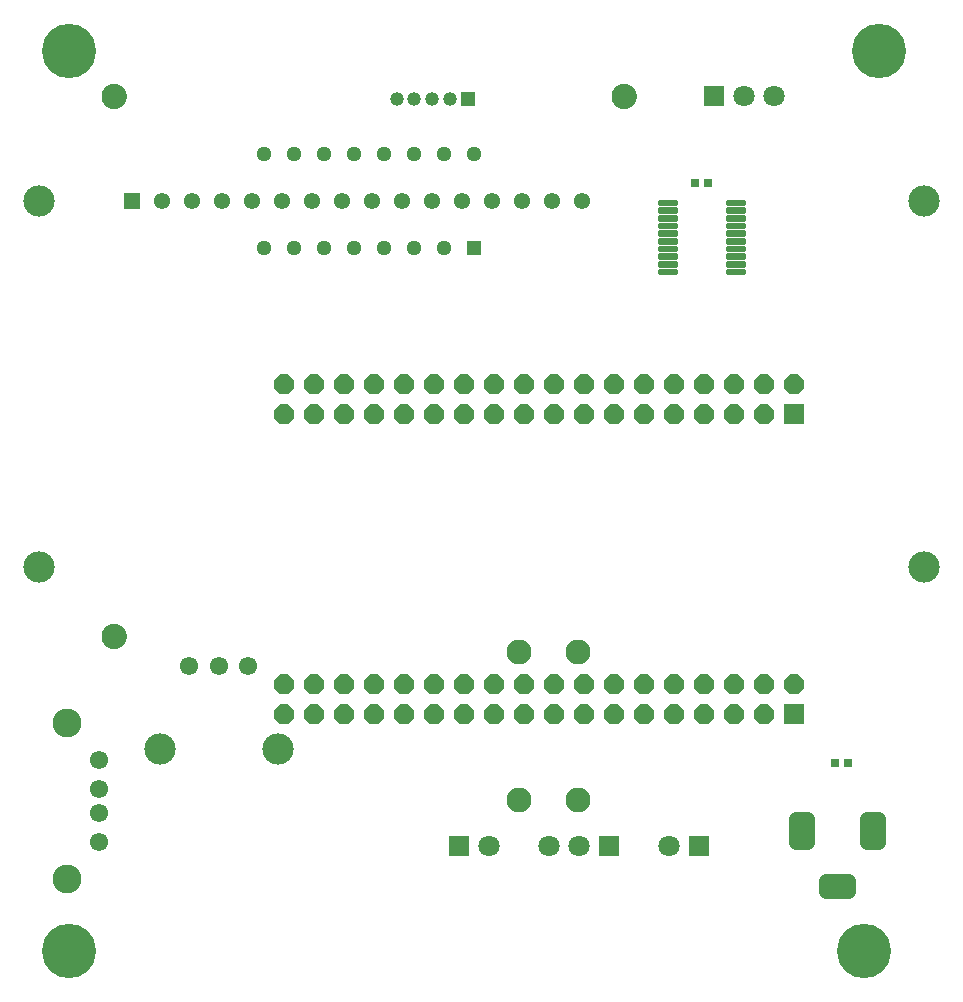
<source format=gbr>
G04 EAGLE Gerber RS-274X export*
G75*
%MOMM*%
%FSLAX34Y34*%
%LPD*%
%INSoldermask Bottom*%
%IPPOS*%
%AMOC8*
5,1,8,0,0,1.08239X$1,22.5*%
G01*
%ADD10R,1.187200X1.187200*%
%ADD11C,1.187200*%
%ADD12C,4.597400*%
%ADD13R,1.676400X1.676400*%
%ADD14P,1.814519X8X202.500000*%
%ADD15C,1.552400*%
%ADD16C,2.652400*%
%ADD17C,2.112400*%
%ADD18R,1.803400X1.803400*%
%ADD19C,1.803400*%
%ADD20C,0.253078*%
%ADD21R,1.282400X1.282400*%
%ADD22C,1.282400*%
%ADD23C,2.452400*%
%ADD24C,1.162294*%
%ADD25R,0.762000X0.660400*%
%ADD26R,1.384400X1.384400*%
%ADD27C,1.384400*%
%ADD28C,0.609600*%
%ADD29C,1.168400*%


D10*
X401320Y784860D03*
D11*
X386320Y784860D03*
X371320Y784860D03*
X356320Y784860D03*
X341320Y784860D03*
D12*
X63500Y63500D03*
D13*
X677500Y263900D03*
D14*
X677500Y289300D03*
X652100Y263900D03*
X652100Y289300D03*
X626700Y263900D03*
X626700Y289300D03*
X601300Y263900D03*
X601300Y289300D03*
X575900Y263900D03*
X575900Y289300D03*
X550500Y263900D03*
X550500Y289300D03*
X525100Y263900D03*
X525100Y289300D03*
X499700Y263900D03*
X499700Y289300D03*
X474300Y263900D03*
X474300Y289300D03*
X448900Y263900D03*
X448900Y289300D03*
X423500Y263900D03*
X423500Y289300D03*
X398100Y263900D03*
X398100Y289300D03*
X372700Y263900D03*
X372700Y289300D03*
X347300Y263900D03*
X347300Y289300D03*
X321900Y263900D03*
X321900Y289300D03*
X296500Y263900D03*
X296500Y289300D03*
X271100Y263900D03*
X271100Y289300D03*
X245700Y263900D03*
X245700Y289300D03*
D13*
X677500Y517900D03*
D14*
X677500Y543300D03*
X652100Y517900D03*
X652100Y543300D03*
X626700Y517900D03*
X626700Y543300D03*
X601300Y517900D03*
X601300Y543300D03*
X575900Y517900D03*
X575900Y543300D03*
X550500Y517900D03*
X550500Y543300D03*
X525100Y517900D03*
X525100Y543300D03*
X499700Y517900D03*
X499700Y543300D03*
X474300Y517900D03*
X474300Y543300D03*
X448900Y517900D03*
X448900Y543300D03*
X423500Y517900D03*
X423500Y543300D03*
X398100Y517900D03*
X398100Y543300D03*
X372700Y517900D03*
X372700Y543300D03*
X347300Y517900D03*
X347300Y543300D03*
X321900Y517900D03*
X321900Y543300D03*
X296500Y517900D03*
X296500Y543300D03*
X271100Y517900D03*
X271100Y543300D03*
X245700Y517900D03*
X245700Y543300D03*
D15*
X215500Y304800D03*
X190500Y304800D03*
X165500Y304800D03*
D16*
X240500Y234800D03*
X140500Y234800D03*
D17*
X494900Y191500D03*
X444900Y191500D03*
X444900Y316500D03*
X494900Y316500D03*
D18*
X609600Y787400D03*
D19*
X635000Y787400D03*
X660400Y787400D03*
D20*
X635487Y698817D02*
X620793Y698817D01*
X635487Y698817D02*
X635487Y695723D01*
X620793Y695723D01*
X620793Y698817D01*
X620793Y698127D02*
X635487Y698127D01*
X635487Y692317D02*
X620793Y692317D01*
X635487Y692317D02*
X635487Y689223D01*
X620793Y689223D01*
X620793Y692317D01*
X620793Y691627D02*
X635487Y691627D01*
X635487Y685817D02*
X620793Y685817D01*
X635487Y685817D02*
X635487Y682723D01*
X620793Y682723D01*
X620793Y685817D01*
X620793Y685127D02*
X635487Y685127D01*
X635487Y679317D02*
X620793Y679317D01*
X635487Y679317D02*
X635487Y676223D01*
X620793Y676223D01*
X620793Y679317D01*
X620793Y678627D02*
X635487Y678627D01*
X635487Y672817D02*
X620793Y672817D01*
X635487Y672817D02*
X635487Y669723D01*
X620793Y669723D01*
X620793Y672817D01*
X620793Y672127D02*
X635487Y672127D01*
X635487Y666317D02*
X620793Y666317D01*
X635487Y666317D02*
X635487Y663223D01*
X620793Y663223D01*
X620793Y666317D01*
X620793Y665627D02*
X635487Y665627D01*
X635487Y659817D02*
X620793Y659817D01*
X635487Y659817D02*
X635487Y656723D01*
X620793Y656723D01*
X620793Y659817D01*
X620793Y659127D02*
X635487Y659127D01*
X635487Y653317D02*
X620793Y653317D01*
X635487Y653317D02*
X635487Y650223D01*
X620793Y650223D01*
X620793Y653317D01*
X620793Y652627D02*
X635487Y652627D01*
X635487Y646817D02*
X620793Y646817D01*
X635487Y646817D02*
X635487Y643723D01*
X620793Y643723D01*
X620793Y646817D01*
X620793Y646127D02*
X635487Y646127D01*
X635487Y640317D02*
X620793Y640317D01*
X635487Y640317D02*
X635487Y637223D01*
X620793Y637223D01*
X620793Y640317D01*
X620793Y639627D02*
X635487Y639627D01*
X578087Y640317D02*
X563393Y640317D01*
X578087Y640317D02*
X578087Y637223D01*
X563393Y637223D01*
X563393Y640317D01*
X563393Y639627D02*
X578087Y639627D01*
X578087Y646817D02*
X563393Y646817D01*
X578087Y646817D02*
X578087Y643723D01*
X563393Y643723D01*
X563393Y646817D01*
X563393Y646127D02*
X578087Y646127D01*
X578087Y653317D02*
X563393Y653317D01*
X578087Y653317D02*
X578087Y650223D01*
X563393Y650223D01*
X563393Y653317D01*
X563393Y652627D02*
X578087Y652627D01*
X578087Y659817D02*
X563393Y659817D01*
X578087Y659817D02*
X578087Y656723D01*
X563393Y656723D01*
X563393Y659817D01*
X563393Y659127D02*
X578087Y659127D01*
X578087Y666317D02*
X563393Y666317D01*
X578087Y666317D02*
X578087Y663223D01*
X563393Y663223D01*
X563393Y666317D01*
X563393Y665627D02*
X578087Y665627D01*
X578087Y672817D02*
X563393Y672817D01*
X578087Y672817D02*
X578087Y669723D01*
X563393Y669723D01*
X563393Y672817D01*
X563393Y672127D02*
X578087Y672127D01*
X578087Y679317D02*
X563393Y679317D01*
X578087Y679317D02*
X578087Y676223D01*
X563393Y676223D01*
X563393Y679317D01*
X563393Y678627D02*
X578087Y678627D01*
X578087Y685817D02*
X563393Y685817D01*
X578087Y685817D02*
X578087Y682723D01*
X563393Y682723D01*
X563393Y685817D01*
X563393Y685127D02*
X578087Y685127D01*
X578087Y692317D02*
X563393Y692317D01*
X578087Y692317D02*
X578087Y689223D01*
X563393Y689223D01*
X563393Y692317D01*
X563393Y691627D02*
X578087Y691627D01*
X578087Y698817D02*
X563393Y698817D01*
X578087Y698817D02*
X578087Y695723D01*
X563393Y695723D01*
X563393Y698817D01*
X563393Y698127D02*
X578087Y698127D01*
D21*
X406400Y658800D03*
D22*
X381000Y658800D03*
X355600Y658800D03*
X330200Y658800D03*
X304800Y658800D03*
X279400Y658800D03*
X254000Y658800D03*
X228600Y658800D03*
X228600Y738200D03*
X254000Y738200D03*
X279400Y738200D03*
X304800Y738200D03*
X330200Y738200D03*
X355600Y738200D03*
X381000Y738200D03*
X406400Y738200D03*
D15*
X88900Y180500D03*
X88900Y200500D03*
X88900Y225500D03*
X88900Y155500D03*
D23*
X61800Y124800D03*
X61800Y256200D03*
D24*
X679349Y175051D02*
X679349Y155149D01*
X679349Y175051D02*
X689251Y175051D01*
X689251Y155149D01*
X679349Y155149D01*
X679349Y166191D02*
X689251Y166191D01*
X739349Y175051D02*
X739349Y155149D01*
X739349Y175051D02*
X749251Y175051D01*
X749251Y155149D01*
X739349Y155149D01*
X739349Y166191D02*
X749251Y166191D01*
X724251Y123051D02*
X704349Y123051D01*
X724251Y123051D02*
X724251Y113149D01*
X704349Y113149D01*
X704349Y123051D01*
D25*
X593852Y713740D03*
X605028Y713740D03*
D26*
X117600Y698500D03*
D27*
X143000Y698500D03*
X168400Y698500D03*
X193800Y698500D03*
X219200Y698500D03*
X244600Y698500D03*
X270000Y698500D03*
X295400Y698500D03*
X320800Y698500D03*
X346200Y698500D03*
X371600Y698500D03*
X397000Y698500D03*
X422400Y698500D03*
X447800Y698500D03*
X473200Y698500D03*
X498600Y698500D03*
D16*
X38100Y698500D03*
X788100Y698500D03*
X38100Y388500D03*
X788100Y388500D03*
D18*
X393700Y152400D03*
D19*
X419100Y152400D03*
D18*
X596900Y152400D03*
D19*
X571500Y152400D03*
D18*
X520700Y152400D03*
D19*
X495300Y152400D03*
X469900Y152400D03*
D25*
X711962Y222250D03*
X723138Y222250D03*
D12*
X736600Y63500D03*
X63500Y825500D03*
X749300Y825500D03*
D28*
X93980Y787400D02*
X93982Y787587D01*
X93989Y787774D01*
X94001Y787961D01*
X94017Y788147D01*
X94037Y788333D01*
X94062Y788518D01*
X94092Y788703D01*
X94126Y788887D01*
X94165Y789070D01*
X94208Y789252D01*
X94256Y789432D01*
X94308Y789612D01*
X94365Y789790D01*
X94425Y789967D01*
X94491Y790142D01*
X94560Y790316D01*
X94634Y790488D01*
X94712Y790658D01*
X94794Y790826D01*
X94880Y790992D01*
X94970Y791156D01*
X95064Y791317D01*
X95162Y791477D01*
X95264Y791633D01*
X95370Y791788D01*
X95480Y791939D01*
X95593Y792088D01*
X95710Y792234D01*
X95830Y792377D01*
X95954Y792517D01*
X96081Y792654D01*
X96212Y792788D01*
X96346Y792919D01*
X96483Y793046D01*
X96623Y793170D01*
X96766Y793290D01*
X96912Y793407D01*
X97061Y793520D01*
X97212Y793630D01*
X97367Y793736D01*
X97523Y793838D01*
X97683Y793936D01*
X97844Y794030D01*
X98008Y794120D01*
X98174Y794206D01*
X98342Y794288D01*
X98512Y794366D01*
X98684Y794440D01*
X98858Y794509D01*
X99033Y794575D01*
X99210Y794635D01*
X99388Y794692D01*
X99568Y794744D01*
X99748Y794792D01*
X99930Y794835D01*
X100113Y794874D01*
X100297Y794908D01*
X100482Y794938D01*
X100667Y794963D01*
X100853Y794983D01*
X101039Y794999D01*
X101226Y795011D01*
X101413Y795018D01*
X101600Y795020D01*
X101787Y795018D01*
X101974Y795011D01*
X102161Y794999D01*
X102347Y794983D01*
X102533Y794963D01*
X102718Y794938D01*
X102903Y794908D01*
X103087Y794874D01*
X103270Y794835D01*
X103452Y794792D01*
X103632Y794744D01*
X103812Y794692D01*
X103990Y794635D01*
X104167Y794575D01*
X104342Y794509D01*
X104516Y794440D01*
X104688Y794366D01*
X104858Y794288D01*
X105026Y794206D01*
X105192Y794120D01*
X105356Y794030D01*
X105517Y793936D01*
X105677Y793838D01*
X105833Y793736D01*
X105988Y793630D01*
X106139Y793520D01*
X106288Y793407D01*
X106434Y793290D01*
X106577Y793170D01*
X106717Y793046D01*
X106854Y792919D01*
X106988Y792788D01*
X107119Y792654D01*
X107246Y792517D01*
X107370Y792377D01*
X107490Y792234D01*
X107607Y792088D01*
X107720Y791939D01*
X107830Y791788D01*
X107936Y791633D01*
X108038Y791477D01*
X108136Y791317D01*
X108230Y791156D01*
X108320Y790992D01*
X108406Y790826D01*
X108488Y790658D01*
X108566Y790488D01*
X108640Y790316D01*
X108709Y790142D01*
X108775Y789967D01*
X108835Y789790D01*
X108892Y789612D01*
X108944Y789432D01*
X108992Y789252D01*
X109035Y789070D01*
X109074Y788887D01*
X109108Y788703D01*
X109138Y788518D01*
X109163Y788333D01*
X109183Y788147D01*
X109199Y787961D01*
X109211Y787774D01*
X109218Y787587D01*
X109220Y787400D01*
X109218Y787213D01*
X109211Y787026D01*
X109199Y786839D01*
X109183Y786653D01*
X109163Y786467D01*
X109138Y786282D01*
X109108Y786097D01*
X109074Y785913D01*
X109035Y785730D01*
X108992Y785548D01*
X108944Y785368D01*
X108892Y785188D01*
X108835Y785010D01*
X108775Y784833D01*
X108709Y784658D01*
X108640Y784484D01*
X108566Y784312D01*
X108488Y784142D01*
X108406Y783974D01*
X108320Y783808D01*
X108230Y783644D01*
X108136Y783483D01*
X108038Y783323D01*
X107936Y783167D01*
X107830Y783012D01*
X107720Y782861D01*
X107607Y782712D01*
X107490Y782566D01*
X107370Y782423D01*
X107246Y782283D01*
X107119Y782146D01*
X106988Y782012D01*
X106854Y781881D01*
X106717Y781754D01*
X106577Y781630D01*
X106434Y781510D01*
X106288Y781393D01*
X106139Y781280D01*
X105988Y781170D01*
X105833Y781064D01*
X105677Y780962D01*
X105517Y780864D01*
X105356Y780770D01*
X105192Y780680D01*
X105026Y780594D01*
X104858Y780512D01*
X104688Y780434D01*
X104516Y780360D01*
X104342Y780291D01*
X104167Y780225D01*
X103990Y780165D01*
X103812Y780108D01*
X103632Y780056D01*
X103452Y780008D01*
X103270Y779965D01*
X103087Y779926D01*
X102903Y779892D01*
X102718Y779862D01*
X102533Y779837D01*
X102347Y779817D01*
X102161Y779801D01*
X101974Y779789D01*
X101787Y779782D01*
X101600Y779780D01*
X101413Y779782D01*
X101226Y779789D01*
X101039Y779801D01*
X100853Y779817D01*
X100667Y779837D01*
X100482Y779862D01*
X100297Y779892D01*
X100113Y779926D01*
X99930Y779965D01*
X99748Y780008D01*
X99568Y780056D01*
X99388Y780108D01*
X99210Y780165D01*
X99033Y780225D01*
X98858Y780291D01*
X98684Y780360D01*
X98512Y780434D01*
X98342Y780512D01*
X98174Y780594D01*
X98008Y780680D01*
X97844Y780770D01*
X97683Y780864D01*
X97523Y780962D01*
X97367Y781064D01*
X97212Y781170D01*
X97061Y781280D01*
X96912Y781393D01*
X96766Y781510D01*
X96623Y781630D01*
X96483Y781754D01*
X96346Y781881D01*
X96212Y782012D01*
X96081Y782146D01*
X95954Y782283D01*
X95830Y782423D01*
X95710Y782566D01*
X95593Y782712D01*
X95480Y782861D01*
X95370Y783012D01*
X95264Y783167D01*
X95162Y783323D01*
X95064Y783483D01*
X94970Y783644D01*
X94880Y783808D01*
X94794Y783974D01*
X94712Y784142D01*
X94634Y784312D01*
X94560Y784484D01*
X94491Y784658D01*
X94425Y784833D01*
X94365Y785010D01*
X94308Y785188D01*
X94256Y785368D01*
X94208Y785548D01*
X94165Y785730D01*
X94126Y785913D01*
X94092Y786097D01*
X94062Y786282D01*
X94037Y786467D01*
X94017Y786653D01*
X94001Y786839D01*
X93989Y787026D01*
X93982Y787213D01*
X93980Y787400D01*
D29*
X101600Y787400D03*
D28*
X93980Y330200D02*
X93982Y330387D01*
X93989Y330574D01*
X94001Y330761D01*
X94017Y330947D01*
X94037Y331133D01*
X94062Y331318D01*
X94092Y331503D01*
X94126Y331687D01*
X94165Y331870D01*
X94208Y332052D01*
X94256Y332232D01*
X94308Y332412D01*
X94365Y332590D01*
X94425Y332767D01*
X94491Y332942D01*
X94560Y333116D01*
X94634Y333288D01*
X94712Y333458D01*
X94794Y333626D01*
X94880Y333792D01*
X94970Y333956D01*
X95064Y334117D01*
X95162Y334277D01*
X95264Y334433D01*
X95370Y334588D01*
X95480Y334739D01*
X95593Y334888D01*
X95710Y335034D01*
X95830Y335177D01*
X95954Y335317D01*
X96081Y335454D01*
X96212Y335588D01*
X96346Y335719D01*
X96483Y335846D01*
X96623Y335970D01*
X96766Y336090D01*
X96912Y336207D01*
X97061Y336320D01*
X97212Y336430D01*
X97367Y336536D01*
X97523Y336638D01*
X97683Y336736D01*
X97844Y336830D01*
X98008Y336920D01*
X98174Y337006D01*
X98342Y337088D01*
X98512Y337166D01*
X98684Y337240D01*
X98858Y337309D01*
X99033Y337375D01*
X99210Y337435D01*
X99388Y337492D01*
X99568Y337544D01*
X99748Y337592D01*
X99930Y337635D01*
X100113Y337674D01*
X100297Y337708D01*
X100482Y337738D01*
X100667Y337763D01*
X100853Y337783D01*
X101039Y337799D01*
X101226Y337811D01*
X101413Y337818D01*
X101600Y337820D01*
X101787Y337818D01*
X101974Y337811D01*
X102161Y337799D01*
X102347Y337783D01*
X102533Y337763D01*
X102718Y337738D01*
X102903Y337708D01*
X103087Y337674D01*
X103270Y337635D01*
X103452Y337592D01*
X103632Y337544D01*
X103812Y337492D01*
X103990Y337435D01*
X104167Y337375D01*
X104342Y337309D01*
X104516Y337240D01*
X104688Y337166D01*
X104858Y337088D01*
X105026Y337006D01*
X105192Y336920D01*
X105356Y336830D01*
X105517Y336736D01*
X105677Y336638D01*
X105833Y336536D01*
X105988Y336430D01*
X106139Y336320D01*
X106288Y336207D01*
X106434Y336090D01*
X106577Y335970D01*
X106717Y335846D01*
X106854Y335719D01*
X106988Y335588D01*
X107119Y335454D01*
X107246Y335317D01*
X107370Y335177D01*
X107490Y335034D01*
X107607Y334888D01*
X107720Y334739D01*
X107830Y334588D01*
X107936Y334433D01*
X108038Y334277D01*
X108136Y334117D01*
X108230Y333956D01*
X108320Y333792D01*
X108406Y333626D01*
X108488Y333458D01*
X108566Y333288D01*
X108640Y333116D01*
X108709Y332942D01*
X108775Y332767D01*
X108835Y332590D01*
X108892Y332412D01*
X108944Y332232D01*
X108992Y332052D01*
X109035Y331870D01*
X109074Y331687D01*
X109108Y331503D01*
X109138Y331318D01*
X109163Y331133D01*
X109183Y330947D01*
X109199Y330761D01*
X109211Y330574D01*
X109218Y330387D01*
X109220Y330200D01*
X109218Y330013D01*
X109211Y329826D01*
X109199Y329639D01*
X109183Y329453D01*
X109163Y329267D01*
X109138Y329082D01*
X109108Y328897D01*
X109074Y328713D01*
X109035Y328530D01*
X108992Y328348D01*
X108944Y328168D01*
X108892Y327988D01*
X108835Y327810D01*
X108775Y327633D01*
X108709Y327458D01*
X108640Y327284D01*
X108566Y327112D01*
X108488Y326942D01*
X108406Y326774D01*
X108320Y326608D01*
X108230Y326444D01*
X108136Y326283D01*
X108038Y326123D01*
X107936Y325967D01*
X107830Y325812D01*
X107720Y325661D01*
X107607Y325512D01*
X107490Y325366D01*
X107370Y325223D01*
X107246Y325083D01*
X107119Y324946D01*
X106988Y324812D01*
X106854Y324681D01*
X106717Y324554D01*
X106577Y324430D01*
X106434Y324310D01*
X106288Y324193D01*
X106139Y324080D01*
X105988Y323970D01*
X105833Y323864D01*
X105677Y323762D01*
X105517Y323664D01*
X105356Y323570D01*
X105192Y323480D01*
X105026Y323394D01*
X104858Y323312D01*
X104688Y323234D01*
X104516Y323160D01*
X104342Y323091D01*
X104167Y323025D01*
X103990Y322965D01*
X103812Y322908D01*
X103632Y322856D01*
X103452Y322808D01*
X103270Y322765D01*
X103087Y322726D01*
X102903Y322692D01*
X102718Y322662D01*
X102533Y322637D01*
X102347Y322617D01*
X102161Y322601D01*
X101974Y322589D01*
X101787Y322582D01*
X101600Y322580D01*
X101413Y322582D01*
X101226Y322589D01*
X101039Y322601D01*
X100853Y322617D01*
X100667Y322637D01*
X100482Y322662D01*
X100297Y322692D01*
X100113Y322726D01*
X99930Y322765D01*
X99748Y322808D01*
X99568Y322856D01*
X99388Y322908D01*
X99210Y322965D01*
X99033Y323025D01*
X98858Y323091D01*
X98684Y323160D01*
X98512Y323234D01*
X98342Y323312D01*
X98174Y323394D01*
X98008Y323480D01*
X97844Y323570D01*
X97683Y323664D01*
X97523Y323762D01*
X97367Y323864D01*
X97212Y323970D01*
X97061Y324080D01*
X96912Y324193D01*
X96766Y324310D01*
X96623Y324430D01*
X96483Y324554D01*
X96346Y324681D01*
X96212Y324812D01*
X96081Y324946D01*
X95954Y325083D01*
X95830Y325223D01*
X95710Y325366D01*
X95593Y325512D01*
X95480Y325661D01*
X95370Y325812D01*
X95264Y325967D01*
X95162Y326123D01*
X95064Y326283D01*
X94970Y326444D01*
X94880Y326608D01*
X94794Y326774D01*
X94712Y326942D01*
X94634Y327112D01*
X94560Y327284D01*
X94491Y327458D01*
X94425Y327633D01*
X94365Y327810D01*
X94308Y327988D01*
X94256Y328168D01*
X94208Y328348D01*
X94165Y328530D01*
X94126Y328713D01*
X94092Y328897D01*
X94062Y329082D01*
X94037Y329267D01*
X94017Y329453D01*
X94001Y329639D01*
X93989Y329826D01*
X93982Y330013D01*
X93980Y330200D01*
D29*
X101600Y330200D03*
D28*
X525780Y787400D02*
X525782Y787587D01*
X525789Y787774D01*
X525801Y787961D01*
X525817Y788147D01*
X525837Y788333D01*
X525862Y788518D01*
X525892Y788703D01*
X525926Y788887D01*
X525965Y789070D01*
X526008Y789252D01*
X526056Y789432D01*
X526108Y789612D01*
X526165Y789790D01*
X526225Y789967D01*
X526291Y790142D01*
X526360Y790316D01*
X526434Y790488D01*
X526512Y790658D01*
X526594Y790826D01*
X526680Y790992D01*
X526770Y791156D01*
X526864Y791317D01*
X526962Y791477D01*
X527064Y791633D01*
X527170Y791788D01*
X527280Y791939D01*
X527393Y792088D01*
X527510Y792234D01*
X527630Y792377D01*
X527754Y792517D01*
X527881Y792654D01*
X528012Y792788D01*
X528146Y792919D01*
X528283Y793046D01*
X528423Y793170D01*
X528566Y793290D01*
X528712Y793407D01*
X528861Y793520D01*
X529012Y793630D01*
X529167Y793736D01*
X529323Y793838D01*
X529483Y793936D01*
X529644Y794030D01*
X529808Y794120D01*
X529974Y794206D01*
X530142Y794288D01*
X530312Y794366D01*
X530484Y794440D01*
X530658Y794509D01*
X530833Y794575D01*
X531010Y794635D01*
X531188Y794692D01*
X531368Y794744D01*
X531548Y794792D01*
X531730Y794835D01*
X531913Y794874D01*
X532097Y794908D01*
X532282Y794938D01*
X532467Y794963D01*
X532653Y794983D01*
X532839Y794999D01*
X533026Y795011D01*
X533213Y795018D01*
X533400Y795020D01*
X533587Y795018D01*
X533774Y795011D01*
X533961Y794999D01*
X534147Y794983D01*
X534333Y794963D01*
X534518Y794938D01*
X534703Y794908D01*
X534887Y794874D01*
X535070Y794835D01*
X535252Y794792D01*
X535432Y794744D01*
X535612Y794692D01*
X535790Y794635D01*
X535967Y794575D01*
X536142Y794509D01*
X536316Y794440D01*
X536488Y794366D01*
X536658Y794288D01*
X536826Y794206D01*
X536992Y794120D01*
X537156Y794030D01*
X537317Y793936D01*
X537477Y793838D01*
X537633Y793736D01*
X537788Y793630D01*
X537939Y793520D01*
X538088Y793407D01*
X538234Y793290D01*
X538377Y793170D01*
X538517Y793046D01*
X538654Y792919D01*
X538788Y792788D01*
X538919Y792654D01*
X539046Y792517D01*
X539170Y792377D01*
X539290Y792234D01*
X539407Y792088D01*
X539520Y791939D01*
X539630Y791788D01*
X539736Y791633D01*
X539838Y791477D01*
X539936Y791317D01*
X540030Y791156D01*
X540120Y790992D01*
X540206Y790826D01*
X540288Y790658D01*
X540366Y790488D01*
X540440Y790316D01*
X540509Y790142D01*
X540575Y789967D01*
X540635Y789790D01*
X540692Y789612D01*
X540744Y789432D01*
X540792Y789252D01*
X540835Y789070D01*
X540874Y788887D01*
X540908Y788703D01*
X540938Y788518D01*
X540963Y788333D01*
X540983Y788147D01*
X540999Y787961D01*
X541011Y787774D01*
X541018Y787587D01*
X541020Y787400D01*
X541018Y787213D01*
X541011Y787026D01*
X540999Y786839D01*
X540983Y786653D01*
X540963Y786467D01*
X540938Y786282D01*
X540908Y786097D01*
X540874Y785913D01*
X540835Y785730D01*
X540792Y785548D01*
X540744Y785368D01*
X540692Y785188D01*
X540635Y785010D01*
X540575Y784833D01*
X540509Y784658D01*
X540440Y784484D01*
X540366Y784312D01*
X540288Y784142D01*
X540206Y783974D01*
X540120Y783808D01*
X540030Y783644D01*
X539936Y783483D01*
X539838Y783323D01*
X539736Y783167D01*
X539630Y783012D01*
X539520Y782861D01*
X539407Y782712D01*
X539290Y782566D01*
X539170Y782423D01*
X539046Y782283D01*
X538919Y782146D01*
X538788Y782012D01*
X538654Y781881D01*
X538517Y781754D01*
X538377Y781630D01*
X538234Y781510D01*
X538088Y781393D01*
X537939Y781280D01*
X537788Y781170D01*
X537633Y781064D01*
X537477Y780962D01*
X537317Y780864D01*
X537156Y780770D01*
X536992Y780680D01*
X536826Y780594D01*
X536658Y780512D01*
X536488Y780434D01*
X536316Y780360D01*
X536142Y780291D01*
X535967Y780225D01*
X535790Y780165D01*
X535612Y780108D01*
X535432Y780056D01*
X535252Y780008D01*
X535070Y779965D01*
X534887Y779926D01*
X534703Y779892D01*
X534518Y779862D01*
X534333Y779837D01*
X534147Y779817D01*
X533961Y779801D01*
X533774Y779789D01*
X533587Y779782D01*
X533400Y779780D01*
X533213Y779782D01*
X533026Y779789D01*
X532839Y779801D01*
X532653Y779817D01*
X532467Y779837D01*
X532282Y779862D01*
X532097Y779892D01*
X531913Y779926D01*
X531730Y779965D01*
X531548Y780008D01*
X531368Y780056D01*
X531188Y780108D01*
X531010Y780165D01*
X530833Y780225D01*
X530658Y780291D01*
X530484Y780360D01*
X530312Y780434D01*
X530142Y780512D01*
X529974Y780594D01*
X529808Y780680D01*
X529644Y780770D01*
X529483Y780864D01*
X529323Y780962D01*
X529167Y781064D01*
X529012Y781170D01*
X528861Y781280D01*
X528712Y781393D01*
X528566Y781510D01*
X528423Y781630D01*
X528283Y781754D01*
X528146Y781881D01*
X528012Y782012D01*
X527881Y782146D01*
X527754Y782283D01*
X527630Y782423D01*
X527510Y782566D01*
X527393Y782712D01*
X527280Y782861D01*
X527170Y783012D01*
X527064Y783167D01*
X526962Y783323D01*
X526864Y783483D01*
X526770Y783644D01*
X526680Y783808D01*
X526594Y783974D01*
X526512Y784142D01*
X526434Y784312D01*
X526360Y784484D01*
X526291Y784658D01*
X526225Y784833D01*
X526165Y785010D01*
X526108Y785188D01*
X526056Y785368D01*
X526008Y785548D01*
X525965Y785730D01*
X525926Y785913D01*
X525892Y786097D01*
X525862Y786282D01*
X525837Y786467D01*
X525817Y786653D01*
X525801Y786839D01*
X525789Y787026D01*
X525782Y787213D01*
X525780Y787400D01*
D29*
X533400Y787400D03*
M02*

</source>
